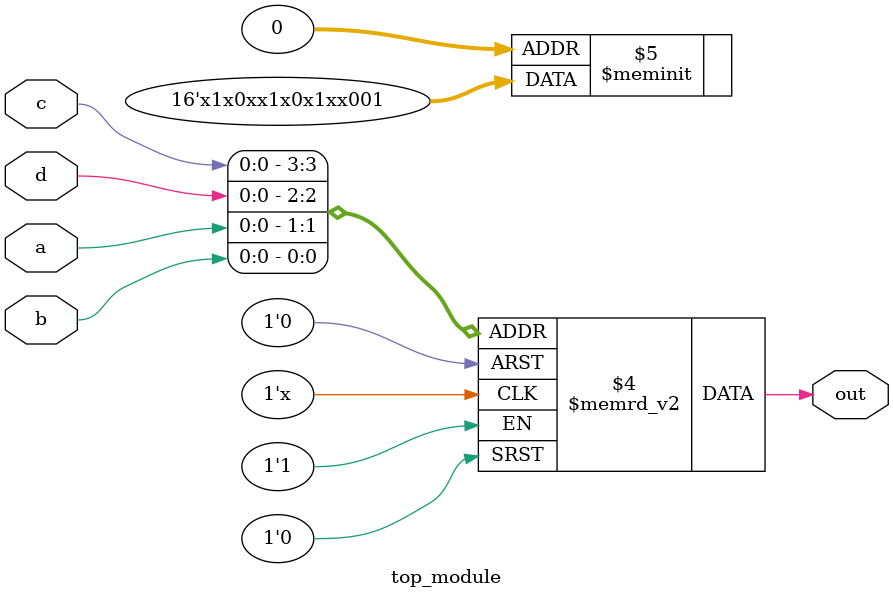
<source format=sv>
module top_module (
    input a, 
    input b,
    input c,
    input d,
    output reg out
);

always @(*) begin
    case ({c, d, a, b})
        4'b0000, 4'b0101, 4'b1001, 4'b1110: out = 1'b1;
        4'b0001, 4'b0010, 4'b0111, 4'b1100: out = 1'b0;
        default: out = 1'bx;
    endcase
end

endmodule

</source>
